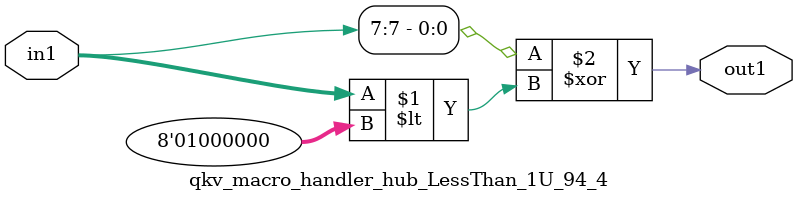
<source format=v>

`timescale 1ps / 1ps


module qkv_macro_handler_hub_LessThan_1U_94_4( in1, out1 );

    input [7:0] in1;
    output out1;

    
    // rtl_process:qkv_macro_handler_hub_LessThan_1U_94_4/qkv_macro_handler_hub_LessThan_1U_94_4_thread_1
    assign out1 = (in1[7] ^ in1 < 8'd064);

endmodule



</source>
